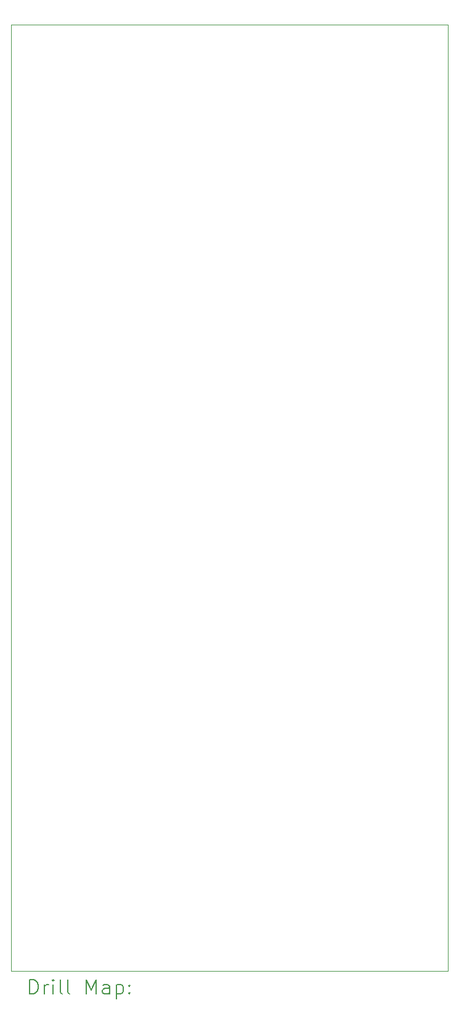
<source format=gbr>
%FSLAX45Y45*%
G04 Gerber Fmt 4.5, Leading zero omitted, Abs format (unit mm)*
G04 Created by KiCad (PCBNEW (6.0.0)) date 2022-02-07 20:52:10*
%MOMM*%
%LPD*%
G01*
G04 APERTURE LIST*
%TA.AperFunction,Profile*%
%ADD10C,0.050000*%
%TD*%
%ADD11C,0.200000*%
G04 APERTURE END LIST*
D10*
X23700000Y-2650000D02*
X23700000Y-15650000D01*
X17700000Y-15650000D02*
X17700000Y-15100000D01*
X17700000Y-2650000D02*
X17700000Y-15100000D01*
X23700000Y-15650000D02*
X17700000Y-15650000D01*
X17700000Y-2650000D02*
X23700000Y-2650000D01*
D11*
X17955119Y-15962976D02*
X17955119Y-15762976D01*
X18002738Y-15762976D01*
X18031309Y-15772500D01*
X18050357Y-15791548D01*
X18059881Y-15810595D01*
X18069405Y-15848690D01*
X18069405Y-15877262D01*
X18059881Y-15915357D01*
X18050357Y-15934405D01*
X18031309Y-15953452D01*
X18002738Y-15962976D01*
X17955119Y-15962976D01*
X18155119Y-15962976D02*
X18155119Y-15829643D01*
X18155119Y-15867738D02*
X18164643Y-15848690D01*
X18174167Y-15839167D01*
X18193214Y-15829643D01*
X18212262Y-15829643D01*
X18278928Y-15962976D02*
X18278928Y-15829643D01*
X18278928Y-15762976D02*
X18269405Y-15772500D01*
X18278928Y-15782024D01*
X18288452Y-15772500D01*
X18278928Y-15762976D01*
X18278928Y-15782024D01*
X18402738Y-15962976D02*
X18383690Y-15953452D01*
X18374167Y-15934405D01*
X18374167Y-15762976D01*
X18507500Y-15962976D02*
X18488452Y-15953452D01*
X18478928Y-15934405D01*
X18478928Y-15762976D01*
X18736071Y-15962976D02*
X18736071Y-15762976D01*
X18802738Y-15905833D01*
X18869405Y-15762976D01*
X18869405Y-15962976D01*
X19050357Y-15962976D02*
X19050357Y-15858214D01*
X19040833Y-15839167D01*
X19021786Y-15829643D01*
X18983690Y-15829643D01*
X18964643Y-15839167D01*
X19050357Y-15953452D02*
X19031309Y-15962976D01*
X18983690Y-15962976D01*
X18964643Y-15953452D01*
X18955119Y-15934405D01*
X18955119Y-15915357D01*
X18964643Y-15896309D01*
X18983690Y-15886786D01*
X19031309Y-15886786D01*
X19050357Y-15877262D01*
X19145595Y-15829643D02*
X19145595Y-16029643D01*
X19145595Y-15839167D02*
X19164643Y-15829643D01*
X19202738Y-15829643D01*
X19221786Y-15839167D01*
X19231309Y-15848690D01*
X19240833Y-15867738D01*
X19240833Y-15924881D01*
X19231309Y-15943928D01*
X19221786Y-15953452D01*
X19202738Y-15962976D01*
X19164643Y-15962976D01*
X19145595Y-15953452D01*
X19326548Y-15943928D02*
X19336071Y-15953452D01*
X19326548Y-15962976D01*
X19317024Y-15953452D01*
X19326548Y-15943928D01*
X19326548Y-15962976D01*
X19326548Y-15839167D02*
X19336071Y-15848690D01*
X19326548Y-15858214D01*
X19317024Y-15848690D01*
X19326548Y-15839167D01*
X19326548Y-15858214D01*
M02*

</source>
